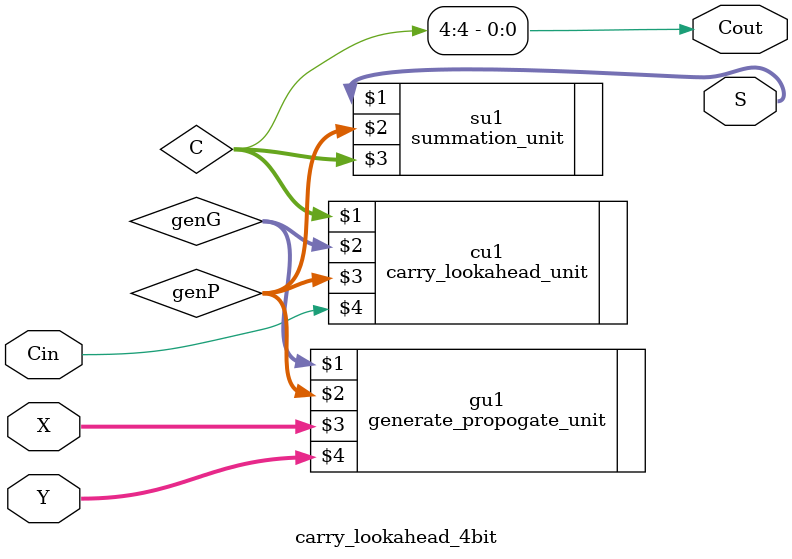
<source format=v>
`timescale 1ns / 1ps


module carry_lookahead_4bit(Cout,S,X,Y,Cin);

    output wire Cout;
    output wire[3:0]S;
    input wire[3:0]X,Y;
    input wire Cin;
    wire [3:0]genP,genG;
    wire [4:1]C;
    assign C[0] = Cin;

    generate_propogate_unit gu1(genG, genP, X, Y);
    carry_lookahead_unit cu1(C,genG,genP,Cin);
    summation_unit su1(S,genP,C);
    assign Cout = C[4];
endmodule

</source>
